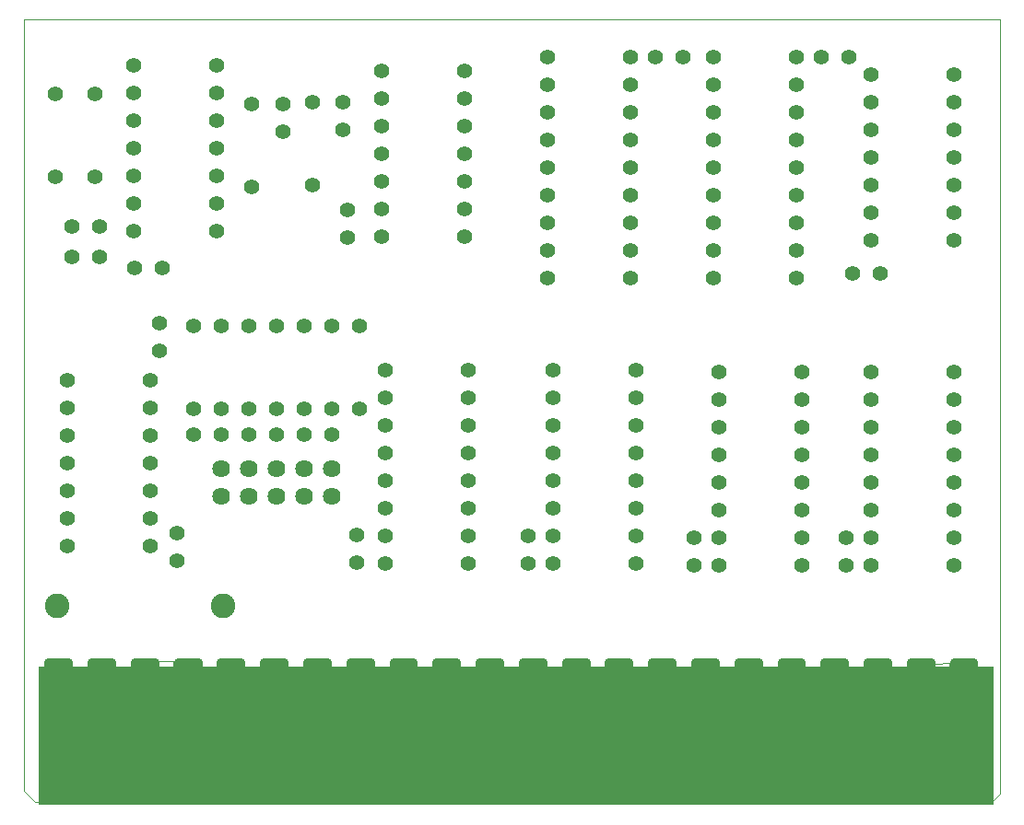
<source format=gts>
G75*
%MOIN*%
%OFA0B0*%
%FSLAX25Y25*%
%IPPOS*%
%LPD*%
%AMOC8*
5,1,8,0,0,1.08239X$1,22.5*
%
%ADD10C,0.00000*%
%ADD11R,3.45669X0.50394*%
%ADD12C,0.05600*%
%ADD13C,0.08900*%
%ADD14C,0.03120*%
%ADD15C,0.06400*%
D10*
X0026198Y0006201D02*
X0030135Y0002299D01*
X0074623Y0002299D01*
X0074623Y0053087D01*
X0080135Y0053087D01*
X0080135Y0002299D01*
X0355331Y0001906D01*
X0355331Y0052299D01*
X0360843Y0052693D01*
X0360843Y0002299D01*
X0376198Y0002299D01*
X0378954Y0005055D01*
X0378954Y0051512D01*
X0378954Y0051394D02*
X0378954Y0285492D01*
X0026198Y0285492D01*
X0026198Y0052000D01*
X0026198Y0052201D02*
X0026198Y0006201D01*
D11*
X0204150Y0026197D03*
D12*
X0268300Y0087894D03*
X0277300Y0087894D03*
X0277300Y0097894D03*
X0268300Y0097894D03*
X0277300Y0107894D03*
X0277300Y0117894D03*
X0277300Y0127894D03*
X0277300Y0137894D03*
X0277300Y0147894D03*
X0277300Y0157894D03*
X0307300Y0157894D03*
X0307300Y0147894D03*
X0307300Y0137894D03*
X0307300Y0127894D03*
X0307300Y0117894D03*
X0307300Y0107894D03*
X0307300Y0097894D03*
X0307300Y0087894D03*
X0323300Y0087894D03*
X0332300Y0087894D03*
X0332300Y0097894D03*
X0323300Y0097894D03*
X0332300Y0107894D03*
X0332300Y0117894D03*
X0332300Y0127894D03*
X0332300Y0137894D03*
X0332300Y0147894D03*
X0332300Y0157894D03*
X0362300Y0157894D03*
X0362300Y0147894D03*
X0362300Y0137894D03*
X0362300Y0127894D03*
X0362300Y0117894D03*
X0362300Y0107894D03*
X0362300Y0097894D03*
X0362300Y0087894D03*
X0247300Y0088394D03*
X0247300Y0098394D03*
X0247300Y0108394D03*
X0247300Y0118394D03*
X0247300Y0128394D03*
X0247300Y0138394D03*
X0247300Y0148394D03*
X0247300Y0158394D03*
X0217300Y0158394D03*
X0217300Y0148394D03*
X0217300Y0138394D03*
X0217300Y0128394D03*
X0217300Y0118394D03*
X0217300Y0108394D03*
X0217300Y0098394D03*
X0208300Y0098394D03*
X0208300Y0088394D03*
X0217300Y0088394D03*
X0186800Y0088394D03*
X0186800Y0098394D03*
X0186800Y0108394D03*
X0186800Y0118394D03*
X0186800Y0128394D03*
X0186800Y0138394D03*
X0186800Y0148394D03*
X0186800Y0158394D03*
X0156800Y0158394D03*
X0156800Y0148394D03*
X0147536Y0144661D03*
X0137536Y0144661D03*
X0127536Y0144661D03*
X0127418Y0135252D03*
X0137418Y0135252D03*
X0156800Y0138394D03*
X0156800Y0128394D03*
X0156800Y0118394D03*
X0156800Y0108394D03*
X0156800Y0098394D03*
X0146300Y0098894D03*
X0146300Y0088894D03*
X0156800Y0088394D03*
X0117418Y0135252D03*
X0107418Y0135252D03*
X0097418Y0135252D03*
X0097536Y0144661D03*
X0087536Y0144661D03*
X0087418Y0135252D03*
X0071800Y0134894D03*
X0071800Y0144894D03*
X0071800Y0154894D03*
X0075017Y0165685D03*
X0075017Y0175685D03*
X0087536Y0174661D03*
X0097536Y0174661D03*
X0107536Y0174661D03*
X0117536Y0174661D03*
X0127536Y0174661D03*
X0137536Y0174661D03*
X0147536Y0174661D03*
X0117536Y0144661D03*
X0107536Y0144661D03*
X0071800Y0124894D03*
X0071800Y0114894D03*
X0071800Y0104894D03*
X0081402Y0099591D03*
X0071800Y0094894D03*
X0081402Y0089591D03*
X0041800Y0094894D03*
X0041800Y0104894D03*
X0041800Y0114894D03*
X0041800Y0124894D03*
X0041800Y0134894D03*
X0041800Y0144894D03*
X0041800Y0154894D03*
X0066087Y0195394D03*
X0076087Y0195394D03*
X0065800Y0208894D03*
X0065800Y0218894D03*
X0065800Y0228894D03*
X0065800Y0238894D03*
X0065800Y0248894D03*
X0065800Y0258894D03*
X0065800Y0268894D03*
X0051800Y0258394D03*
X0037300Y0258394D03*
X0037300Y0228394D03*
X0051800Y0228394D03*
X0053300Y0210693D03*
X0043300Y0210693D03*
X0043300Y0199449D03*
X0053300Y0199449D03*
X0095800Y0208894D03*
X0095800Y0218894D03*
X0095800Y0228894D03*
X0095800Y0238894D03*
X0095800Y0248894D03*
X0095800Y0258894D03*
X0095800Y0268894D03*
X0108300Y0254894D03*
X0119800Y0254894D03*
X0130300Y0255394D03*
X0141300Y0255394D03*
X0141300Y0245394D03*
X0155300Y0246894D03*
X0155300Y0256894D03*
X0155300Y0266894D03*
X0185300Y0266894D03*
X0185300Y0256894D03*
X0185300Y0246894D03*
X0185300Y0236894D03*
X0185300Y0226894D03*
X0185300Y0216894D03*
X0185300Y0206894D03*
X0155300Y0206894D03*
X0155300Y0216894D03*
X0155300Y0226894D03*
X0155300Y0236894D03*
X0142934Y0216587D03*
X0142934Y0206587D03*
X0130300Y0225394D03*
X0108300Y0224894D03*
X0119800Y0244894D03*
X0215300Y0241894D03*
X0215300Y0251894D03*
X0215300Y0261894D03*
X0215300Y0271894D03*
X0245300Y0271894D03*
X0254418Y0271957D03*
X0264418Y0271957D03*
X0275300Y0271894D03*
X0275300Y0261894D03*
X0275300Y0251894D03*
X0275300Y0241894D03*
X0275300Y0231894D03*
X0275300Y0221894D03*
X0275300Y0211894D03*
X0275300Y0201894D03*
X0275300Y0191894D03*
X0245300Y0191894D03*
X0245300Y0201894D03*
X0245300Y0211894D03*
X0245300Y0221894D03*
X0245300Y0231894D03*
X0245300Y0241894D03*
X0245300Y0251894D03*
X0245300Y0261894D03*
X0215300Y0231894D03*
X0215300Y0221894D03*
X0215300Y0211894D03*
X0215300Y0201894D03*
X0215300Y0191894D03*
X0305300Y0191894D03*
X0305300Y0201894D03*
X0305300Y0211894D03*
X0305300Y0221894D03*
X0305300Y0231894D03*
X0305300Y0241894D03*
X0305300Y0251894D03*
X0305300Y0261894D03*
X0305300Y0271894D03*
X0314300Y0271894D03*
X0324300Y0271894D03*
X0332300Y0265394D03*
X0332300Y0255394D03*
X0332300Y0245394D03*
X0332300Y0235394D03*
X0332300Y0225394D03*
X0332300Y0215394D03*
X0332300Y0205394D03*
X0335800Y0193394D03*
X0325800Y0193394D03*
X0362300Y0205394D03*
X0362300Y0215394D03*
X0362300Y0225394D03*
X0362300Y0235394D03*
X0362300Y0245394D03*
X0362300Y0255394D03*
X0362300Y0265394D03*
D13*
X0098087Y0073244D03*
X0038087Y0073244D03*
D14*
X0034846Y0035706D02*
X0042126Y0035706D01*
X0034846Y0035706D02*
X0034846Y0052986D01*
X0042126Y0052986D01*
X0042126Y0035706D01*
X0042126Y0038825D02*
X0034846Y0038825D01*
X0034846Y0041944D02*
X0042126Y0041944D01*
X0042126Y0045063D02*
X0034846Y0045063D01*
X0034846Y0048182D02*
X0042126Y0048182D01*
X0042126Y0051301D02*
X0034846Y0051301D01*
X0050436Y0035706D02*
X0057716Y0035706D01*
X0050436Y0035706D02*
X0050436Y0052986D01*
X0057716Y0052986D01*
X0057716Y0035706D01*
X0057716Y0038825D02*
X0050436Y0038825D01*
X0050436Y0041944D02*
X0057716Y0041944D01*
X0057716Y0045063D02*
X0050436Y0045063D01*
X0050436Y0048182D02*
X0057716Y0048182D01*
X0057716Y0051301D02*
X0050436Y0051301D01*
X0066027Y0035706D02*
X0073307Y0035706D01*
X0066027Y0035706D02*
X0066027Y0052986D01*
X0073307Y0052986D01*
X0073307Y0035706D01*
X0073307Y0038825D02*
X0066027Y0038825D01*
X0066027Y0041944D02*
X0073307Y0041944D01*
X0073307Y0045063D02*
X0066027Y0045063D01*
X0066027Y0048182D02*
X0073307Y0048182D01*
X0073307Y0051301D02*
X0066027Y0051301D01*
X0081617Y0035706D02*
X0088897Y0035706D01*
X0081617Y0035706D02*
X0081617Y0052986D01*
X0088897Y0052986D01*
X0088897Y0035706D01*
X0088897Y0038825D02*
X0081617Y0038825D01*
X0081617Y0041944D02*
X0088897Y0041944D01*
X0088897Y0045063D02*
X0081617Y0045063D01*
X0081617Y0048182D02*
X0088897Y0048182D01*
X0088897Y0051301D02*
X0081617Y0051301D01*
X0097208Y0035706D02*
X0104488Y0035706D01*
X0097208Y0035706D02*
X0097208Y0052986D01*
X0104488Y0052986D01*
X0104488Y0035706D01*
X0104488Y0038825D02*
X0097208Y0038825D01*
X0097208Y0041944D02*
X0104488Y0041944D01*
X0104488Y0045063D02*
X0097208Y0045063D01*
X0097208Y0048182D02*
X0104488Y0048182D01*
X0104488Y0051301D02*
X0097208Y0051301D01*
X0112799Y0035706D02*
X0120079Y0035706D01*
X0112799Y0035706D02*
X0112799Y0052986D01*
X0120079Y0052986D01*
X0120079Y0035706D01*
X0120079Y0038825D02*
X0112799Y0038825D01*
X0112799Y0041944D02*
X0120079Y0041944D01*
X0120079Y0045063D02*
X0112799Y0045063D01*
X0112799Y0048182D02*
X0120079Y0048182D01*
X0120079Y0051301D02*
X0112799Y0051301D01*
X0128389Y0035706D02*
X0135669Y0035706D01*
X0128389Y0035706D02*
X0128389Y0052986D01*
X0135669Y0052986D01*
X0135669Y0035706D01*
X0135669Y0038825D02*
X0128389Y0038825D01*
X0128389Y0041944D02*
X0135669Y0041944D01*
X0135669Y0045063D02*
X0128389Y0045063D01*
X0128389Y0048182D02*
X0135669Y0048182D01*
X0135669Y0051301D02*
X0128389Y0051301D01*
X0143980Y0035706D02*
X0151260Y0035706D01*
X0143980Y0035706D02*
X0143980Y0052986D01*
X0151260Y0052986D01*
X0151260Y0035706D01*
X0151260Y0038825D02*
X0143980Y0038825D01*
X0143980Y0041944D02*
X0151260Y0041944D01*
X0151260Y0045063D02*
X0143980Y0045063D01*
X0143980Y0048182D02*
X0151260Y0048182D01*
X0151260Y0051301D02*
X0143980Y0051301D01*
X0159570Y0035706D02*
X0166850Y0035706D01*
X0159570Y0035706D02*
X0159570Y0052986D01*
X0166850Y0052986D01*
X0166850Y0035706D01*
X0166850Y0038825D02*
X0159570Y0038825D01*
X0159570Y0041944D02*
X0166850Y0041944D01*
X0166850Y0045063D02*
X0159570Y0045063D01*
X0159570Y0048182D02*
X0166850Y0048182D01*
X0166850Y0051301D02*
X0159570Y0051301D01*
X0175161Y0035706D02*
X0182441Y0035706D01*
X0175161Y0035706D02*
X0175161Y0052986D01*
X0182441Y0052986D01*
X0182441Y0035706D01*
X0182441Y0038825D02*
X0175161Y0038825D01*
X0175161Y0041944D02*
X0182441Y0041944D01*
X0182441Y0045063D02*
X0175161Y0045063D01*
X0175161Y0048182D02*
X0182441Y0048182D01*
X0182441Y0051301D02*
X0175161Y0051301D01*
X0190751Y0035706D02*
X0198031Y0035706D01*
X0190751Y0035706D02*
X0190751Y0052986D01*
X0198031Y0052986D01*
X0198031Y0035706D01*
X0198031Y0038825D02*
X0190751Y0038825D01*
X0190751Y0041944D02*
X0198031Y0041944D01*
X0198031Y0045063D02*
X0190751Y0045063D01*
X0190751Y0048182D02*
X0198031Y0048182D01*
X0198031Y0051301D02*
X0190751Y0051301D01*
X0206342Y0035706D02*
X0213622Y0035706D01*
X0206342Y0035706D02*
X0206342Y0052986D01*
X0213622Y0052986D01*
X0213622Y0035706D01*
X0213622Y0038825D02*
X0206342Y0038825D01*
X0206342Y0041944D02*
X0213622Y0041944D01*
X0213622Y0045063D02*
X0206342Y0045063D01*
X0206342Y0048182D02*
X0213622Y0048182D01*
X0213622Y0051301D02*
X0206342Y0051301D01*
X0221932Y0035706D02*
X0229212Y0035706D01*
X0221932Y0035706D02*
X0221932Y0052986D01*
X0229212Y0052986D01*
X0229212Y0035706D01*
X0229212Y0038825D02*
X0221932Y0038825D01*
X0221932Y0041944D02*
X0229212Y0041944D01*
X0229212Y0045063D02*
X0221932Y0045063D01*
X0221932Y0048182D02*
X0229212Y0048182D01*
X0229212Y0051301D02*
X0221932Y0051301D01*
X0237523Y0035706D02*
X0244803Y0035706D01*
X0237523Y0035706D02*
X0237523Y0052986D01*
X0244803Y0052986D01*
X0244803Y0035706D01*
X0244803Y0038825D02*
X0237523Y0038825D01*
X0237523Y0041944D02*
X0244803Y0041944D01*
X0244803Y0045063D02*
X0237523Y0045063D01*
X0237523Y0048182D02*
X0244803Y0048182D01*
X0244803Y0051301D02*
X0237523Y0051301D01*
X0253114Y0035706D02*
X0260394Y0035706D01*
X0253114Y0035706D02*
X0253114Y0052986D01*
X0260394Y0052986D01*
X0260394Y0035706D01*
X0260394Y0038825D02*
X0253114Y0038825D01*
X0253114Y0041944D02*
X0260394Y0041944D01*
X0260394Y0045063D02*
X0253114Y0045063D01*
X0253114Y0048182D02*
X0260394Y0048182D01*
X0260394Y0051301D02*
X0253114Y0051301D01*
X0268704Y0035706D02*
X0275984Y0035706D01*
X0268704Y0035706D02*
X0268704Y0052986D01*
X0275984Y0052986D01*
X0275984Y0035706D01*
X0275984Y0038825D02*
X0268704Y0038825D01*
X0268704Y0041944D02*
X0275984Y0041944D01*
X0275984Y0045063D02*
X0268704Y0045063D01*
X0268704Y0048182D02*
X0275984Y0048182D01*
X0275984Y0051301D02*
X0268704Y0051301D01*
X0284295Y0035706D02*
X0291575Y0035706D01*
X0284295Y0035706D02*
X0284295Y0052986D01*
X0291575Y0052986D01*
X0291575Y0035706D01*
X0291575Y0038825D02*
X0284295Y0038825D01*
X0284295Y0041944D02*
X0291575Y0041944D01*
X0291575Y0045063D02*
X0284295Y0045063D01*
X0284295Y0048182D02*
X0291575Y0048182D01*
X0291575Y0051301D02*
X0284295Y0051301D01*
X0299885Y0035706D02*
X0307165Y0035706D01*
X0299885Y0035706D02*
X0299885Y0052986D01*
X0307165Y0052986D01*
X0307165Y0035706D01*
X0307165Y0038825D02*
X0299885Y0038825D01*
X0299885Y0041944D02*
X0307165Y0041944D01*
X0307165Y0045063D02*
X0299885Y0045063D01*
X0299885Y0048182D02*
X0307165Y0048182D01*
X0307165Y0051301D02*
X0299885Y0051301D01*
X0315476Y0035706D02*
X0322756Y0035706D01*
X0315476Y0035706D02*
X0315476Y0052986D01*
X0322756Y0052986D01*
X0322756Y0035706D01*
X0322756Y0038825D02*
X0315476Y0038825D01*
X0315476Y0041944D02*
X0322756Y0041944D01*
X0322756Y0045063D02*
X0315476Y0045063D01*
X0315476Y0048182D02*
X0322756Y0048182D01*
X0322756Y0051301D02*
X0315476Y0051301D01*
X0331066Y0035706D02*
X0338346Y0035706D01*
X0331066Y0035706D02*
X0331066Y0052986D01*
X0338346Y0052986D01*
X0338346Y0035706D01*
X0338346Y0038825D02*
X0331066Y0038825D01*
X0331066Y0041944D02*
X0338346Y0041944D01*
X0338346Y0045063D02*
X0331066Y0045063D01*
X0331066Y0048182D02*
X0338346Y0048182D01*
X0338346Y0051301D02*
X0331066Y0051301D01*
X0346657Y0035706D02*
X0353937Y0035706D01*
X0346657Y0035706D02*
X0346657Y0052986D01*
X0353937Y0052986D01*
X0353937Y0035706D01*
X0353937Y0038825D02*
X0346657Y0038825D01*
X0346657Y0041944D02*
X0353937Y0041944D01*
X0353937Y0045063D02*
X0346657Y0045063D01*
X0346657Y0048182D02*
X0353937Y0048182D01*
X0353937Y0051301D02*
X0346657Y0051301D01*
X0362247Y0035706D02*
X0369527Y0035706D01*
X0362247Y0035706D02*
X0362247Y0052986D01*
X0369527Y0052986D01*
X0369527Y0035706D01*
X0369527Y0038825D02*
X0362247Y0038825D01*
X0362247Y0041944D02*
X0369527Y0041944D01*
X0369527Y0045063D02*
X0362247Y0045063D01*
X0362247Y0048182D02*
X0369527Y0048182D01*
X0369527Y0051301D02*
X0362247Y0051301D01*
D15*
X0137536Y0112929D03*
X0127536Y0112929D03*
X0117536Y0112929D03*
X0107536Y0112929D03*
X0097536Y0112929D03*
X0097536Y0122929D03*
X0107536Y0122929D03*
X0117536Y0122929D03*
X0127536Y0122929D03*
X0137536Y0122929D03*
M02*

</source>
